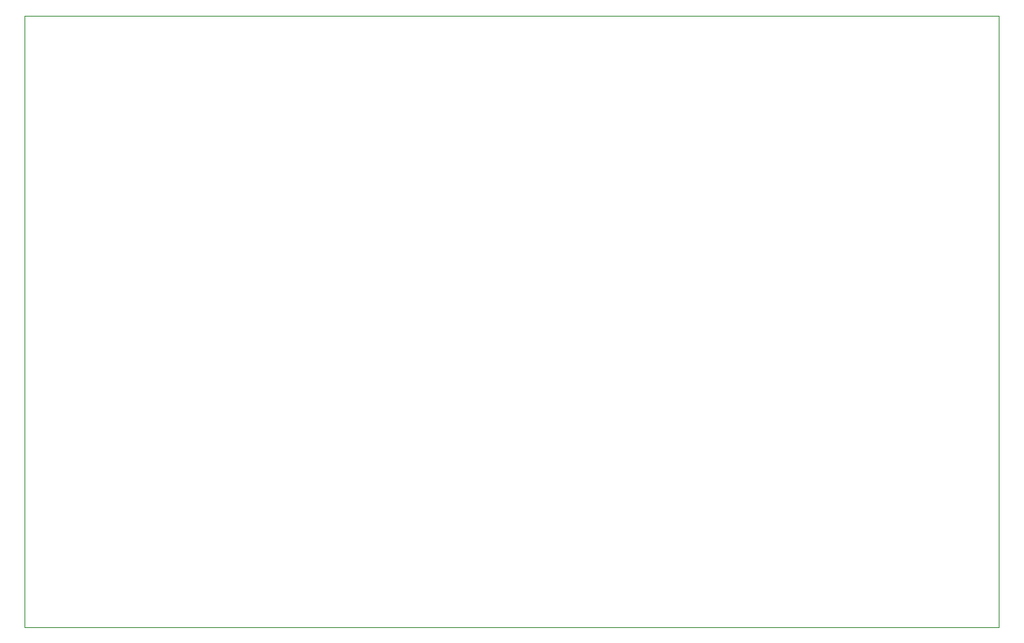
<source format=gko>
%FSLAX34Y34*%
G04 Gerber Fmt 3.4, Leading zero omitted, Abs format*
G04 (created by PCBNEW (2014-03-13 BZR 4745)-product) date Mon Apr 14 16:24:42 2014*
%MOIN*%
G01*
G70*
G90*
G04 APERTURE LIST*
%ADD10C,0.005906*%
%ADD11C,0.003937*%
G04 APERTURE END LIST*
G54D10*
G54D11*
X22500Y-9800D02*
X22500Y-22500D01*
X63600Y-9800D02*
X22500Y-9800D01*
X63600Y-35600D02*
X63600Y-9800D01*
X22500Y-35600D02*
X63600Y-35600D01*
X22500Y-22500D02*
X22500Y-35600D01*
M02*

</source>
